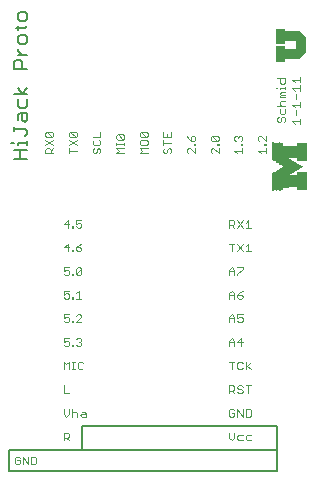
<source format=gto>
G75*
G70*
%OFA0B0*%
%FSLAX24Y24*%
%IPPOS*%
%LPD*%
%AMOC8*
5,1,8,0,0,1.08239X$1,22.5*
%
%ADD10C,0.0040*%
%ADD11C,0.0080*%
%ADD12C,0.0060*%
%ADD13C,0.0010*%
%ADD14R,0.0010X0.0610*%
%ADD15R,0.0010X0.0020*%
%ADD16R,0.0010X0.0040*%
%ADD17R,0.0010X0.0060*%
%ADD18R,0.0010X0.0080*%
%ADD19R,0.0010X0.0090*%
%ADD20R,0.0010X0.0100*%
%ADD21R,0.0010X0.0120*%
%ADD22R,0.0010X0.0140*%
%ADD23R,0.0010X0.0160*%
%ADD24R,0.0010X0.0180*%
%ADD25R,0.0010X0.0200*%
%ADD26R,0.0010X0.0220*%
%ADD27R,0.0010X0.0390*%
%ADD28R,0.0010X0.0240*%
%ADD29R,0.0010X0.0250*%
%ADD30R,0.0010X0.0260*%
%ADD31R,0.0010X0.0280*%
%ADD32R,0.0010X0.0300*%
%ADD33R,0.0010X0.0320*%
%ADD34R,0.0010X0.0340*%
%ADD35R,0.0010X0.0360*%
%ADD36R,0.0010X0.0380*%
%ADD37R,0.0010X0.0400*%
%ADD38R,0.0010X0.0420*%
%ADD39R,0.0010X0.0440*%
%ADD40R,0.0010X0.0460*%
%ADD41R,0.0010X0.0480*%
%ADD42R,0.0010X0.0500*%
%ADD43R,0.0010X0.0520*%
%ADD44R,0.0010X0.0540*%
%ADD45R,0.0010X0.0560*%
%ADD46R,0.0010X0.0580*%
%ADD47R,0.0010X0.1380*%
%ADD48R,0.0010X0.0680*%
%ADD49R,0.0010X0.0670*%
%ADD50R,0.0010X0.0660*%
%ADD51R,0.0010X0.0750*%
%ADD52R,0.0010X0.0740*%
%ADD53R,0.0010X0.0730*%
%ADD54R,0.0010X0.0720*%
%ADD55R,0.0010X0.0710*%
%ADD56R,0.0010X0.0700*%
%ADD57R,0.0010X0.0690*%
%ADD58R,0.0010X0.0650*%
%ADD59R,0.0010X0.0640*%
%ADD60R,0.0010X0.0630*%
%ADD61R,0.0010X0.0620*%
%ADD62R,0.0010X0.0600*%
%ADD63R,0.0010X0.0590*%
%ADD64R,0.0010X0.0570*%
D10*
X001916Y002415D02*
X002003Y002415D01*
X002046Y002458D01*
X002046Y002545D01*
X001959Y002545D01*
X001873Y002632D02*
X001916Y002675D01*
X002003Y002675D01*
X002046Y002632D01*
X002149Y002675D02*
X002149Y002415D01*
X002322Y002415D02*
X002149Y002675D01*
X002322Y002675D02*
X002322Y002415D01*
X002425Y002415D02*
X002555Y002415D01*
X002599Y002458D01*
X002599Y002632D01*
X002555Y002675D01*
X002425Y002675D01*
X002425Y002415D01*
X001916Y002415D02*
X001873Y002458D01*
X001873Y002632D01*
X003511Y003215D02*
X003511Y003475D01*
X003641Y003475D01*
X003684Y003432D01*
X003684Y003345D01*
X003641Y003301D01*
X003511Y003301D01*
X003598Y003301D02*
X003684Y003215D01*
X003598Y004002D02*
X003684Y004089D01*
X003684Y004262D01*
X003787Y004262D02*
X003787Y004002D01*
X003787Y004132D02*
X003830Y004176D01*
X003917Y004176D01*
X003961Y004132D01*
X003961Y004002D01*
X004063Y004045D02*
X004107Y004089D01*
X004237Y004089D01*
X004237Y004132D02*
X004237Y004002D01*
X004107Y004002D01*
X004063Y004045D01*
X004107Y004176D02*
X004193Y004176D01*
X004237Y004132D01*
X003684Y004790D02*
X003511Y004790D01*
X003511Y005050D01*
X003511Y005577D02*
X003511Y005837D01*
X003598Y005750D01*
X003684Y005837D01*
X003684Y005577D01*
X003787Y005577D02*
X003874Y005577D01*
X003830Y005577D02*
X003830Y005837D01*
X003787Y005837D02*
X003874Y005837D01*
X003971Y005794D02*
X003971Y005620D01*
X004015Y005577D01*
X004101Y005577D01*
X004145Y005620D01*
X004145Y005794D02*
X004101Y005837D01*
X004015Y005837D01*
X003971Y005794D01*
X003969Y006364D02*
X003925Y006408D01*
X003969Y006364D02*
X004055Y006364D01*
X004099Y006408D01*
X004099Y006451D01*
X004055Y006494D01*
X004012Y006494D01*
X004055Y006494D02*
X004099Y006538D01*
X004099Y006581D01*
X004055Y006625D01*
X003969Y006625D01*
X003925Y006581D01*
X003830Y006408D02*
X003830Y006364D01*
X003787Y006364D01*
X003787Y006408D01*
X003830Y006408D01*
X003684Y006408D02*
X003684Y006494D01*
X003641Y006538D01*
X003598Y006538D01*
X003511Y006494D01*
X003511Y006625D01*
X003684Y006625D01*
X003684Y006408D02*
X003641Y006364D01*
X003554Y006364D01*
X003511Y006408D01*
X003554Y007152D02*
X003511Y007195D01*
X003554Y007152D02*
X003641Y007152D01*
X003684Y007195D01*
X003684Y007282D01*
X003641Y007325D01*
X003598Y007325D01*
X003511Y007282D01*
X003511Y007412D01*
X003684Y007412D01*
X003787Y007195D02*
X003830Y007195D01*
X003830Y007152D01*
X003787Y007152D01*
X003787Y007195D01*
X003925Y007152D02*
X004099Y007325D01*
X004099Y007369D01*
X004055Y007412D01*
X003969Y007412D01*
X003925Y007369D01*
X003925Y007152D02*
X004099Y007152D01*
X004099Y007939D02*
X003925Y007939D01*
X004012Y007939D02*
X004012Y008199D01*
X003925Y008113D01*
X003830Y007982D02*
X003830Y007939D01*
X003787Y007939D01*
X003787Y007982D01*
X003830Y007982D01*
X003684Y007982D02*
X003641Y007939D01*
X003554Y007939D01*
X003511Y007982D01*
X003511Y008069D02*
X003598Y008113D01*
X003641Y008113D01*
X003684Y008069D01*
X003684Y007982D01*
X003684Y008199D02*
X003511Y008199D01*
X003511Y008069D01*
X003554Y008727D02*
X003511Y008770D01*
X003554Y008727D02*
X003641Y008727D01*
X003684Y008770D01*
X003684Y008857D01*
X003641Y008900D01*
X003598Y008900D01*
X003511Y008857D01*
X003511Y008987D01*
X003684Y008987D01*
X003787Y008770D02*
X003830Y008770D01*
X003830Y008727D01*
X003787Y008727D01*
X003787Y008770D01*
X003925Y008770D02*
X003925Y008943D01*
X003969Y008987D01*
X004055Y008987D01*
X004099Y008943D01*
X003925Y008770D01*
X003969Y008727D01*
X004055Y008727D01*
X004099Y008770D01*
X004099Y008943D01*
X004055Y009514D02*
X003969Y009514D01*
X003925Y009557D01*
X003925Y009644D01*
X004055Y009644D01*
X004099Y009601D01*
X004099Y009557D01*
X004055Y009514D01*
X003925Y009644D02*
X004012Y009731D01*
X004099Y009774D01*
X003830Y009557D02*
X003830Y009514D01*
X003787Y009514D01*
X003787Y009557D01*
X003830Y009557D01*
X003684Y009644D02*
X003511Y009644D01*
X003641Y009774D01*
X003641Y009514D01*
X003641Y010301D02*
X003641Y010562D01*
X003511Y010431D01*
X003684Y010431D01*
X003787Y010345D02*
X003787Y010301D01*
X003830Y010301D01*
X003830Y010345D01*
X003787Y010345D01*
X003925Y010345D02*
X003969Y010301D01*
X004055Y010301D01*
X004099Y010345D01*
X004099Y010431D01*
X004055Y010475D01*
X004012Y010475D01*
X003925Y010431D01*
X003925Y010562D01*
X004099Y010562D01*
X004514Y012778D02*
X004471Y012821D01*
X004471Y012908D01*
X004514Y012951D01*
X004601Y012908D02*
X004644Y012951D01*
X004688Y012951D01*
X004731Y012908D01*
X004731Y012821D01*
X004688Y012778D01*
X004601Y012821D02*
X004601Y012908D01*
X004601Y012821D02*
X004557Y012778D01*
X004514Y012778D01*
X004514Y013054D02*
X004471Y013098D01*
X004471Y013184D01*
X004514Y013228D01*
X004471Y013330D02*
X004731Y013330D01*
X004731Y013504D01*
X004688Y013228D02*
X004731Y013184D01*
X004731Y013098D01*
X004688Y013054D01*
X004514Y013054D01*
X003943Y013054D02*
X003683Y013228D01*
X003727Y013330D02*
X003683Y013374D01*
X003683Y013461D01*
X003727Y013504D01*
X003900Y013330D01*
X003943Y013374D01*
X003943Y013461D01*
X003900Y013504D01*
X003727Y013504D01*
X003727Y013330D02*
X003900Y013330D01*
X003943Y013228D02*
X003683Y013054D01*
X003683Y012951D02*
X003683Y012778D01*
X003683Y012865D02*
X003943Y012865D01*
X003156Y012951D02*
X003069Y012865D01*
X003069Y012908D02*
X003069Y012778D01*
X003156Y012778D02*
X002896Y012778D01*
X002896Y012908D01*
X002939Y012951D01*
X003026Y012951D01*
X003069Y012908D01*
X003156Y013054D02*
X002896Y013228D01*
X002939Y013330D02*
X002896Y013374D01*
X002896Y013461D01*
X002939Y013504D01*
X003113Y013330D01*
X003156Y013374D01*
X003156Y013461D01*
X003113Y013504D01*
X002939Y013504D01*
X002939Y013330D02*
X003113Y013330D01*
X003156Y013228D02*
X002896Y013054D01*
X005258Y013054D02*
X005258Y013141D01*
X005258Y013098D02*
X005518Y013098D01*
X005518Y013141D02*
X005518Y013054D01*
X005518Y012951D02*
X005258Y012951D01*
X005345Y012865D01*
X005258Y012778D01*
X005518Y012778D01*
X005475Y013238D02*
X005301Y013238D01*
X005258Y013282D01*
X005258Y013368D01*
X005301Y013412D01*
X005475Y013238D01*
X005518Y013282D01*
X005518Y013368D01*
X005475Y013412D01*
X005301Y013412D01*
X006045Y013374D02*
X006045Y013461D01*
X006089Y013504D01*
X006262Y013330D01*
X006306Y013374D01*
X006306Y013461D01*
X006262Y013504D01*
X006089Y013504D01*
X006045Y013374D02*
X006089Y013330D01*
X006262Y013330D01*
X006262Y013228D02*
X006089Y013228D01*
X006045Y013184D01*
X006045Y013098D01*
X006089Y013054D01*
X006262Y013054D01*
X006306Y013098D01*
X006306Y013184D01*
X006262Y013228D01*
X006306Y012951D02*
X006045Y012951D01*
X006132Y012865D01*
X006045Y012778D01*
X006306Y012778D01*
X006833Y012821D02*
X006876Y012778D01*
X006920Y012778D01*
X006963Y012821D01*
X006963Y012908D01*
X007006Y012951D01*
X007050Y012951D01*
X007093Y012908D01*
X007093Y012821D01*
X007050Y012778D01*
X007093Y013141D02*
X006833Y013141D01*
X006833Y013054D02*
X006833Y013228D01*
X006833Y013330D02*
X007093Y013330D01*
X007093Y013504D01*
X006963Y013417D02*
X006963Y013330D01*
X006833Y013330D02*
X006833Y013504D01*
X006876Y012951D02*
X006833Y012908D01*
X006833Y012821D01*
X007620Y012821D02*
X007664Y012778D01*
X007620Y012821D02*
X007620Y012908D01*
X007664Y012951D01*
X007707Y012951D01*
X007880Y012778D01*
X007880Y012951D01*
X007880Y013054D02*
X007837Y013054D01*
X007837Y013098D01*
X007880Y013098D01*
X007880Y013054D01*
X007837Y013192D02*
X007880Y013236D01*
X007880Y013322D01*
X007837Y013366D01*
X007794Y013366D01*
X007750Y013322D01*
X007750Y013192D01*
X007837Y013192D01*
X007750Y013192D02*
X007664Y013279D01*
X007620Y013366D01*
X008408Y013322D02*
X008451Y013366D01*
X008625Y013192D01*
X008668Y013236D01*
X008668Y013322D01*
X008625Y013366D01*
X008451Y013366D01*
X008408Y013322D02*
X008408Y013236D01*
X008451Y013192D01*
X008625Y013192D01*
X008625Y013098D02*
X008668Y013098D01*
X008668Y013054D01*
X008625Y013054D01*
X008625Y013098D01*
X008668Y012951D02*
X008668Y012778D01*
X008494Y012951D01*
X008451Y012951D01*
X008408Y012908D01*
X008408Y012821D01*
X008451Y012778D01*
X009195Y012865D02*
X009455Y012865D01*
X009455Y012951D02*
X009455Y012778D01*
X009282Y012778D02*
X009195Y012865D01*
X009412Y013054D02*
X009412Y013098D01*
X009455Y013098D01*
X009455Y013054D01*
X009412Y013054D01*
X009412Y013192D02*
X009455Y013236D01*
X009455Y013322D01*
X009412Y013366D01*
X009369Y013366D01*
X009325Y013322D01*
X009325Y013279D01*
X009325Y013322D02*
X009282Y013366D01*
X009238Y013366D01*
X009195Y013322D01*
X009195Y013236D01*
X009238Y013192D01*
X009982Y013236D02*
X010026Y013192D01*
X009982Y013236D02*
X009982Y013322D01*
X010026Y013366D01*
X010069Y013366D01*
X010243Y013192D01*
X010243Y013366D01*
X010243Y013098D02*
X010243Y013054D01*
X010199Y013054D01*
X010199Y013098D01*
X010243Y013098D01*
X010243Y012951D02*
X010243Y012778D01*
X010243Y012865D02*
X009982Y012865D01*
X010069Y012778D01*
X010668Y013815D02*
X010624Y013859D01*
X010624Y013945D01*
X010668Y013989D01*
X010754Y013945D02*
X010798Y013989D01*
X010841Y013989D01*
X010885Y013945D01*
X010885Y013859D01*
X010841Y013815D01*
X010754Y013859D02*
X010754Y013945D01*
X010754Y013859D02*
X010711Y013815D01*
X010668Y013815D01*
X010754Y014091D02*
X010841Y014091D01*
X010885Y014135D01*
X010885Y014265D01*
X010885Y014368D02*
X010624Y014368D01*
X010711Y014411D02*
X010711Y014498D01*
X010754Y014541D01*
X010885Y014541D01*
X010885Y014644D02*
X010711Y014644D01*
X010711Y014687D01*
X010754Y014731D01*
X010711Y014774D01*
X010754Y014817D01*
X010885Y014817D01*
X010885Y014731D02*
X010754Y014731D01*
X010711Y014920D02*
X010711Y014964D01*
X010885Y014964D01*
X010885Y015007D02*
X010885Y014920D01*
X010841Y015104D02*
X010754Y015104D01*
X010711Y015148D01*
X010711Y015278D01*
X010624Y015278D02*
X010885Y015278D01*
X010885Y015148D01*
X010841Y015104D01*
X010624Y014964D02*
X010581Y014964D01*
X010711Y014411D02*
X010754Y014368D01*
X010711Y014265D02*
X010711Y014135D01*
X010754Y014091D01*
X011132Y013854D02*
X011393Y013854D01*
X011393Y013767D02*
X011393Y013941D01*
X011263Y014044D02*
X011263Y014217D01*
X011219Y014320D02*
X011132Y014406D01*
X011393Y014406D01*
X011393Y014320D02*
X011393Y014493D01*
X011263Y014596D02*
X011263Y014769D01*
X011219Y014872D02*
X011132Y014959D01*
X011393Y014959D01*
X011393Y014872D02*
X011393Y015046D01*
X011393Y015148D02*
X011393Y015322D01*
X011393Y015235D02*
X011132Y015235D01*
X011219Y015148D01*
X011132Y013854D02*
X011219Y013767D01*
X009662Y010562D02*
X009662Y010301D01*
X009575Y010301D02*
X009749Y010301D01*
X009575Y010475D02*
X009662Y010562D01*
X009472Y010562D02*
X009299Y010301D01*
X009196Y010301D02*
X009109Y010388D01*
X009153Y010388D02*
X009023Y010388D01*
X009023Y010301D02*
X009023Y010562D01*
X009153Y010562D01*
X009196Y010518D01*
X009196Y010431D01*
X009153Y010388D01*
X009299Y010562D02*
X009472Y010301D01*
X009472Y009774D02*
X009299Y009514D01*
X009109Y009514D02*
X009109Y009774D01*
X009023Y009774D02*
X009196Y009774D01*
X009299Y009774D02*
X009472Y009514D01*
X009575Y009514D02*
X009749Y009514D01*
X009662Y009514D02*
X009662Y009774D01*
X009575Y009687D01*
X009472Y008987D02*
X009299Y008987D01*
X009196Y008900D02*
X009196Y008727D01*
X009299Y008727D02*
X009299Y008770D01*
X009472Y008943D01*
X009472Y008987D01*
X009196Y008900D02*
X009109Y008987D01*
X009023Y008900D01*
X009023Y008727D01*
X009023Y008857D02*
X009196Y008857D01*
X009109Y008199D02*
X009023Y008113D01*
X009023Y007939D01*
X009023Y008069D02*
X009196Y008069D01*
X009196Y008113D02*
X009196Y007939D01*
X009299Y007982D02*
X009342Y007939D01*
X009429Y007939D01*
X009472Y007982D01*
X009472Y008026D01*
X009429Y008069D01*
X009299Y008069D01*
X009299Y007982D01*
X009299Y008069D02*
X009386Y008156D01*
X009472Y008199D01*
X009196Y008113D02*
X009109Y008199D01*
X009109Y007412D02*
X009023Y007325D01*
X009023Y007152D01*
X009023Y007282D02*
X009196Y007282D01*
X009196Y007325D02*
X009196Y007152D01*
X009299Y007195D02*
X009342Y007152D01*
X009429Y007152D01*
X009472Y007195D01*
X009472Y007282D01*
X009429Y007325D01*
X009386Y007325D01*
X009299Y007282D01*
X009299Y007412D01*
X009472Y007412D01*
X009196Y007325D02*
X009109Y007412D01*
X009109Y006625D02*
X009023Y006538D01*
X009023Y006364D01*
X009023Y006494D02*
X009196Y006494D01*
X009196Y006538D02*
X009196Y006364D01*
X009299Y006494D02*
X009472Y006494D01*
X009429Y006364D02*
X009429Y006625D01*
X009299Y006494D01*
X009196Y006538D02*
X009109Y006625D01*
X009109Y005837D02*
X009109Y005577D01*
X009299Y005620D02*
X009299Y005794D01*
X009342Y005837D01*
X009429Y005837D01*
X009472Y005794D01*
X009575Y005837D02*
X009575Y005577D01*
X009575Y005664D02*
X009749Y005837D01*
X009618Y005707D02*
X009749Y005577D01*
X009472Y005620D02*
X009429Y005577D01*
X009342Y005577D01*
X009299Y005620D01*
X009196Y005837D02*
X009023Y005837D01*
X009023Y005050D02*
X009153Y005050D01*
X009196Y005006D01*
X009196Y004920D01*
X009153Y004876D01*
X009023Y004876D01*
X009109Y004876D02*
X009196Y004790D01*
X009299Y004833D02*
X009342Y004790D01*
X009429Y004790D01*
X009472Y004833D01*
X009472Y004876D01*
X009429Y004920D01*
X009342Y004920D01*
X009299Y004963D01*
X009299Y005006D01*
X009342Y005050D01*
X009429Y005050D01*
X009472Y005006D01*
X009575Y005050D02*
X009749Y005050D01*
X009662Y005050D02*
X009662Y004790D01*
X009705Y004262D02*
X009575Y004262D01*
X009575Y004002D01*
X009705Y004002D01*
X009749Y004045D01*
X009749Y004219D01*
X009705Y004262D01*
X009472Y004262D02*
X009472Y004002D01*
X009299Y004262D01*
X009299Y004002D01*
X009196Y004045D02*
X009196Y004132D01*
X009109Y004132D01*
X009023Y004045D02*
X009066Y004002D01*
X009153Y004002D01*
X009196Y004045D01*
X009023Y004045D02*
X009023Y004219D01*
X009066Y004262D01*
X009153Y004262D01*
X009196Y004219D01*
X009023Y004790D02*
X009023Y005050D01*
X009023Y003475D02*
X009023Y003301D01*
X009109Y003215D01*
X009196Y003301D01*
X009196Y003475D01*
X009299Y003345D02*
X009299Y003258D01*
X009342Y003215D01*
X009472Y003215D01*
X009575Y003258D02*
X009618Y003215D01*
X009749Y003215D01*
X009749Y003388D02*
X009618Y003388D01*
X009575Y003345D01*
X009575Y003258D01*
X009472Y003388D02*
X009342Y003388D01*
X009299Y003345D01*
X003598Y004002D02*
X003511Y004089D01*
X003511Y004262D01*
D11*
X001673Y002885D02*
X001673Y002185D01*
X010623Y002185D01*
X010623Y002885D01*
X010623Y003685D01*
X004123Y003685D01*
X004123Y002885D01*
X010623Y002885D01*
X004123Y002885D02*
X001673Y002885D01*
D12*
X001837Y012599D02*
X002277Y012599D01*
X002277Y012892D02*
X001837Y012892D01*
X002057Y012892D02*
X002057Y012599D01*
X001983Y013059D02*
X001983Y013133D01*
X002277Y013133D01*
X002277Y013206D02*
X002277Y013059D01*
X002204Y013366D02*
X002277Y013440D01*
X002277Y013513D01*
X002204Y013586D01*
X001837Y013586D01*
X001837Y013513D02*
X001837Y013660D01*
X001983Y013900D02*
X001983Y014047D01*
X002057Y014120D01*
X002277Y014120D01*
X002277Y013900D01*
X002204Y013826D01*
X002130Y013900D01*
X002130Y014120D01*
X002057Y014287D02*
X002204Y014287D01*
X002277Y014360D01*
X002277Y014580D01*
X002277Y014747D02*
X001837Y014747D01*
X001983Y014580D02*
X001983Y014360D01*
X002057Y014287D01*
X002130Y014747D02*
X001983Y014967D01*
X002130Y014747D02*
X002277Y014967D01*
X002277Y015591D02*
X001837Y015591D01*
X001837Y015811D01*
X001910Y015885D01*
X002057Y015885D01*
X002130Y015811D01*
X002130Y015591D01*
X002130Y016052D02*
X001983Y016198D01*
X001983Y016272D01*
X002057Y016435D02*
X002204Y016435D01*
X002277Y016509D01*
X002277Y016655D01*
X002204Y016729D01*
X002057Y016729D01*
X001983Y016655D01*
X001983Y016509D01*
X002057Y016435D01*
X001983Y016052D02*
X002277Y016052D01*
X001983Y016896D02*
X001983Y017042D01*
X001910Y016969D02*
X002204Y016969D01*
X002277Y017042D01*
X002204Y017202D02*
X002277Y017276D01*
X002277Y017423D01*
X002204Y017496D01*
X002057Y017496D01*
X001983Y017423D01*
X001983Y017276D01*
X002057Y017202D01*
X002204Y017202D01*
X001837Y013133D02*
X001763Y013133D01*
D13*
X010575Y015873D02*
X010865Y015873D01*
X010865Y015973D01*
X011355Y015973D01*
X011545Y016163D01*
X011545Y016663D01*
X011355Y016853D01*
X010575Y016853D01*
X010575Y016861D02*
X010865Y016861D01*
X010865Y016853D02*
X011355Y016853D01*
X011363Y016844D02*
X010575Y016844D01*
X010575Y016836D02*
X011372Y016836D01*
X011380Y016827D02*
X010575Y016827D01*
X010575Y016818D02*
X011389Y016818D01*
X011398Y016810D02*
X010575Y016810D01*
X010575Y016801D02*
X011406Y016801D01*
X011415Y016793D02*
X010575Y016793D01*
X010575Y016784D02*
X011423Y016784D01*
X011432Y016776D02*
X010575Y016776D01*
X010575Y016767D02*
X011440Y016767D01*
X011449Y016759D02*
X010575Y016759D01*
X010575Y016750D02*
X011457Y016750D01*
X011466Y016742D02*
X010575Y016742D01*
X010575Y016733D02*
X011474Y016733D01*
X011483Y016724D02*
X010575Y016724D01*
X010575Y016716D02*
X011491Y016716D01*
X011500Y016707D02*
X010575Y016707D01*
X010575Y016699D02*
X011509Y016699D01*
X011517Y016690D02*
X010575Y016690D01*
X010575Y016682D02*
X011526Y016682D01*
X011534Y016673D02*
X010575Y016673D01*
X010575Y016665D02*
X011543Y016665D01*
X011545Y016656D02*
X010575Y016656D01*
X010575Y016648D02*
X011545Y016648D01*
X011545Y016639D02*
X010575Y016639D01*
X010575Y016630D02*
X011545Y016630D01*
X011545Y016622D02*
X010575Y016622D01*
X010575Y016613D02*
X011545Y016613D01*
X011545Y016605D02*
X010575Y016605D01*
X010575Y016596D02*
X011545Y016596D01*
X011545Y016588D02*
X010575Y016588D01*
X010575Y016579D02*
X011545Y016579D01*
X011545Y016571D02*
X010575Y016571D01*
X010575Y016562D02*
X011545Y016562D01*
X011545Y016554D02*
X010575Y016554D01*
X010575Y016545D02*
X010865Y016545D01*
X010865Y016553D02*
X010865Y016463D01*
X010575Y016463D01*
X010575Y016943D01*
X010865Y016943D01*
X010865Y016853D01*
X010865Y016870D02*
X010575Y016870D01*
X010575Y016878D02*
X010865Y016878D01*
X010865Y016887D02*
X010575Y016887D01*
X010575Y016895D02*
X010865Y016895D01*
X010865Y016904D02*
X010575Y016904D01*
X010575Y016912D02*
X010865Y016912D01*
X010865Y016921D02*
X010575Y016921D01*
X010575Y016929D02*
X010865Y016929D01*
X010865Y016938D02*
X010575Y016938D01*
X010575Y016536D02*
X010865Y016536D01*
X010865Y016528D02*
X010575Y016528D01*
X010575Y016519D02*
X010865Y016519D01*
X010865Y016511D02*
X010575Y016511D01*
X010575Y016502D02*
X010865Y016502D01*
X010865Y016494D02*
X010575Y016494D01*
X010575Y016485D02*
X010865Y016485D01*
X010865Y016477D02*
X010575Y016477D01*
X010575Y016468D02*
X010865Y016468D01*
X010865Y016553D02*
X011255Y016553D01*
X011255Y016263D01*
X011545Y016263D01*
X011545Y016255D02*
X010575Y016255D01*
X010575Y016263D02*
X010865Y016263D01*
X011255Y016263D01*
X011255Y016272D02*
X011545Y016272D01*
X011545Y016280D02*
X011255Y016280D01*
X011255Y016289D02*
X011545Y016289D01*
X011545Y016297D02*
X011255Y016297D01*
X011255Y016306D02*
X011545Y016306D01*
X011545Y016314D02*
X011255Y016314D01*
X011255Y016323D02*
X011545Y016323D01*
X011545Y016331D02*
X011255Y016331D01*
X011255Y016340D02*
X011545Y016340D01*
X011545Y016349D02*
X011255Y016349D01*
X011255Y016357D02*
X011545Y016357D01*
X011545Y016366D02*
X011255Y016366D01*
X011255Y016374D02*
X011545Y016374D01*
X011545Y016383D02*
X011255Y016383D01*
X011255Y016391D02*
X011545Y016391D01*
X011545Y016400D02*
X011255Y016400D01*
X011255Y016408D02*
X011545Y016408D01*
X011545Y016417D02*
X011255Y016417D01*
X011255Y016425D02*
X011545Y016425D01*
X011545Y016434D02*
X011255Y016434D01*
X011255Y016443D02*
X011545Y016443D01*
X011545Y016451D02*
X011255Y016451D01*
X011255Y016460D02*
X011545Y016460D01*
X011545Y016468D02*
X011255Y016468D01*
X011255Y016477D02*
X011545Y016477D01*
X011545Y016485D02*
X011255Y016485D01*
X011255Y016494D02*
X011545Y016494D01*
X011545Y016502D02*
X011255Y016502D01*
X011255Y016511D02*
X011545Y016511D01*
X011545Y016519D02*
X011255Y016519D01*
X011255Y016528D02*
X011545Y016528D01*
X011545Y016536D02*
X011255Y016536D01*
X011255Y016545D02*
X011545Y016545D01*
X011545Y016246D02*
X010575Y016246D01*
X010575Y016237D02*
X011545Y016237D01*
X011545Y016229D02*
X010575Y016229D01*
X010575Y016220D02*
X011545Y016220D01*
X011545Y016212D02*
X010575Y016212D01*
X010575Y016203D02*
X011545Y016203D01*
X011545Y016195D02*
X010575Y016195D01*
X010575Y016186D02*
X011545Y016186D01*
X011545Y016178D02*
X010575Y016178D01*
X010575Y016169D02*
X011545Y016169D01*
X011542Y016161D02*
X010575Y016161D01*
X010575Y016152D02*
X011534Y016152D01*
X011525Y016144D02*
X010575Y016144D01*
X010575Y016135D02*
X011517Y016135D01*
X011508Y016126D02*
X010575Y016126D01*
X010575Y016118D02*
X011500Y016118D01*
X011491Y016109D02*
X010575Y016109D01*
X010575Y016101D02*
X011483Y016101D01*
X011474Y016092D02*
X010575Y016092D01*
X010575Y016084D02*
X011465Y016084D01*
X011457Y016075D02*
X010575Y016075D01*
X010575Y016067D02*
X011448Y016067D01*
X011440Y016058D02*
X010575Y016058D01*
X010575Y016050D02*
X011431Y016050D01*
X011423Y016041D02*
X010575Y016041D01*
X010575Y016032D02*
X011414Y016032D01*
X011406Y016024D02*
X010575Y016024D01*
X010575Y016015D02*
X011397Y016015D01*
X011389Y016007D02*
X010575Y016007D01*
X010575Y015998D02*
X011380Y015998D01*
X011371Y015990D02*
X010575Y015990D01*
X010575Y015981D02*
X011363Y015981D01*
X010865Y015973D02*
X010575Y015973D01*
X010575Y015964D02*
X010865Y015964D01*
X010865Y015956D02*
X010575Y015956D01*
X010575Y015947D02*
X010865Y015947D01*
X010865Y015938D02*
X010575Y015938D01*
X010575Y015930D02*
X010865Y015930D01*
X010865Y015921D02*
X010575Y015921D01*
X010575Y015913D02*
X010865Y015913D01*
X010865Y015904D02*
X010575Y015904D01*
X010575Y015896D02*
X010865Y015896D01*
X010865Y015887D02*
X010575Y015887D01*
X010575Y015879D02*
X010865Y015879D01*
X010575Y015873D02*
X010575Y016363D01*
X010865Y016363D01*
X010865Y016263D01*
X010865Y016272D02*
X010575Y016272D01*
X010575Y016280D02*
X010865Y016280D01*
X010865Y016289D02*
X010575Y016289D01*
X010575Y016297D02*
X010865Y016297D01*
X010865Y016306D02*
X010575Y016306D01*
X010575Y016314D02*
X010865Y016314D01*
X010865Y016323D02*
X010575Y016323D01*
X010575Y016331D02*
X010865Y016331D01*
X010865Y016340D02*
X010575Y016340D01*
X010575Y016349D02*
X010865Y016349D01*
X010865Y016357D02*
X010575Y016357D01*
D14*
X010563Y012825D03*
X010573Y012825D03*
X010563Y011855D03*
X011303Y011845D03*
X011313Y011845D03*
X011323Y011845D03*
X011333Y011845D03*
X011343Y011845D03*
X011353Y011845D03*
X011363Y011845D03*
X011373Y011845D03*
X011383Y011845D03*
X011393Y011845D03*
X011403Y011845D03*
X011413Y011845D03*
X011423Y011845D03*
X011433Y011845D03*
X011443Y011845D03*
X011453Y011845D03*
X011463Y011845D03*
X011473Y011845D03*
X011483Y011845D03*
X011493Y011845D03*
X011503Y011845D03*
X011513Y011845D03*
X011523Y011845D03*
X011533Y011845D03*
X011543Y011845D03*
X011553Y011845D03*
X011563Y011845D03*
X011573Y011845D03*
X011583Y011845D03*
X011593Y011845D03*
X011603Y011845D03*
X011613Y011845D03*
X011613Y012835D03*
X011603Y012835D03*
X011593Y012835D03*
X011583Y012835D03*
X011573Y012835D03*
X011563Y012835D03*
X011553Y012835D03*
X011543Y012835D03*
X011533Y012835D03*
X011523Y012835D03*
X011513Y012835D03*
X011503Y012835D03*
X011493Y012835D03*
X011483Y012835D03*
X011473Y012835D03*
X011463Y012835D03*
X011453Y012835D03*
X011443Y012835D03*
X011433Y012835D03*
X011423Y012835D03*
X011413Y012835D03*
X011403Y012835D03*
X011393Y012835D03*
X011383Y012835D03*
X011373Y012835D03*
X011363Y012835D03*
X011353Y012835D03*
X011343Y012835D03*
X011333Y012835D03*
X011323Y012835D03*
X011313Y012835D03*
X011303Y012835D03*
D15*
X011463Y012340D03*
X011473Y012340D03*
D16*
X011453Y012340D03*
D17*
X011443Y012340D03*
X011433Y012340D03*
D18*
X011423Y012340D03*
D19*
X011413Y012335D03*
D20*
X011403Y012340D03*
D21*
X011393Y012340D03*
X011383Y012340D03*
D22*
X011373Y012340D03*
D23*
X011363Y012340D03*
X011353Y012340D03*
D24*
X011343Y012340D03*
X011333Y012340D03*
D25*
X011323Y012340D03*
D26*
X011313Y012340D03*
X011303Y012340D03*
D27*
X011293Y011845D03*
X011283Y011845D03*
X011273Y011845D03*
X011263Y011845D03*
X011253Y011845D03*
X011243Y011845D03*
X011233Y011845D03*
X011223Y011845D03*
X011213Y011845D03*
X011203Y011845D03*
X011193Y011845D03*
X011183Y011845D03*
X011173Y011845D03*
X011163Y011845D03*
X011153Y011845D03*
X011143Y011845D03*
X011133Y011845D03*
X011123Y011845D03*
X011113Y011845D03*
X011103Y011845D03*
X011093Y011845D03*
X011083Y011845D03*
X011073Y011845D03*
X011063Y011845D03*
X011053Y011845D03*
X011043Y011845D03*
X011033Y011845D03*
X011023Y011845D03*
X011013Y011845D03*
X011013Y012835D03*
X011023Y012835D03*
X011033Y012835D03*
X011043Y012835D03*
X011053Y012835D03*
X011063Y012835D03*
X011073Y012835D03*
X011083Y012835D03*
X011093Y012835D03*
X011103Y012835D03*
X011113Y012835D03*
X011123Y012835D03*
X011133Y012835D03*
X011143Y012835D03*
X011153Y012835D03*
X011163Y012835D03*
X011173Y012835D03*
X011183Y012835D03*
X011193Y012835D03*
X011203Y012835D03*
X011213Y012835D03*
X011223Y012835D03*
X011233Y012835D03*
X011243Y012835D03*
X011253Y012835D03*
X011263Y012835D03*
X011273Y012835D03*
X011283Y012835D03*
X011293Y012835D03*
D28*
X011293Y012340D03*
D29*
X011283Y012335D03*
D30*
X011273Y012340D03*
D31*
X011263Y012340D03*
X011253Y012340D03*
D32*
X011243Y012340D03*
D33*
X011233Y012340D03*
X011223Y012340D03*
D34*
X011213Y012340D03*
X011203Y012340D03*
D35*
X011193Y012340D03*
D36*
X011183Y012340D03*
X011173Y012340D03*
D37*
X011163Y012340D03*
X011153Y012340D03*
D38*
X011143Y012340D03*
X011133Y012340D03*
D39*
X011123Y012340D03*
D40*
X011113Y012340D03*
X011103Y012340D03*
D41*
X011093Y012340D03*
D42*
X011083Y012340D03*
X011073Y012340D03*
D43*
X011063Y012340D03*
D44*
X011053Y012340D03*
X011043Y012340D03*
D45*
X011033Y012340D03*
X010483Y012850D03*
X010483Y011830D03*
D46*
X010513Y011840D03*
X011013Y012340D03*
X011023Y012340D03*
X010513Y012840D03*
D47*
X010863Y012340D03*
X010873Y012340D03*
X010883Y012340D03*
X010893Y012340D03*
X010903Y012340D03*
X010913Y012340D03*
X010923Y012340D03*
X010933Y012340D03*
X010943Y012340D03*
X010953Y012340D03*
X010963Y012340D03*
X010973Y012340D03*
X010983Y012340D03*
X010993Y012340D03*
X011003Y012340D03*
D48*
X010853Y011990D03*
X010843Y011990D03*
X010683Y011890D03*
X010673Y011890D03*
X010843Y012690D03*
X010853Y012690D03*
X010693Y012790D03*
X010683Y012790D03*
D49*
X010673Y012795D03*
X010663Y012795D03*
X010833Y012695D03*
X010833Y011985D03*
X010663Y011885D03*
D50*
X010653Y011880D03*
X010643Y011880D03*
X010813Y011980D03*
X010823Y011980D03*
X010823Y012700D03*
X010813Y012700D03*
X010653Y012800D03*
X010643Y012800D03*
D51*
X010793Y012755D03*
X010803Y012755D03*
X010803Y011925D03*
X010793Y011925D03*
D52*
X010783Y011920D03*
X010773Y011920D03*
X010783Y012760D03*
D53*
X010773Y012765D03*
X010763Y012765D03*
X010763Y011915D03*
X010753Y011915D03*
D54*
X010743Y011910D03*
X010753Y012770D03*
D55*
X010743Y012775D03*
X010733Y012775D03*
X010733Y011905D03*
X010723Y011905D03*
D56*
X010713Y011900D03*
X010703Y011900D03*
X010713Y012780D03*
X010723Y012780D03*
D57*
X010703Y012785D03*
X010693Y011895D03*
D58*
X010633Y011875D03*
X010623Y011875D03*
X010623Y012805D03*
X010633Y012805D03*
D59*
X010613Y012810D03*
X010613Y011870D03*
D60*
X010603Y011865D03*
X010593Y011865D03*
X010593Y012815D03*
X010603Y012815D03*
D61*
X010583Y012820D03*
X010583Y011860D03*
X010573Y011860D03*
D62*
X010553Y011850D03*
X010543Y011850D03*
X010543Y012830D03*
X010553Y012830D03*
D63*
X010533Y012835D03*
X010523Y012835D03*
X010523Y011845D03*
X010533Y011845D03*
D64*
X010503Y011835D03*
X010493Y011835D03*
X010493Y012845D03*
X010503Y012845D03*
M02*

</source>
